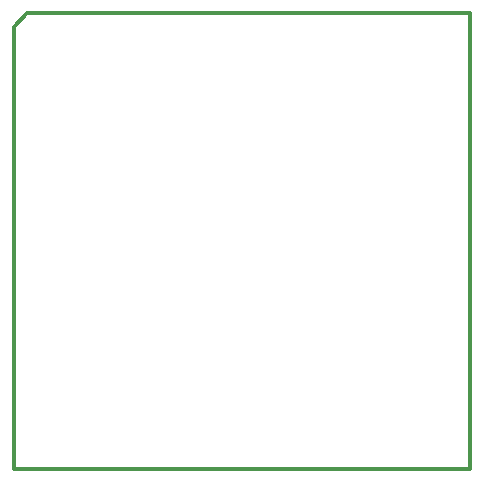
<source format=gm1>
G04 Layer_Color=16711935*
%FSLAX44Y44*%
%MOMM*%
G71*
G01*
G75*
%ADD14C,0.3500*%
D14*
X-193040Y181610D02*
X-181610Y193040D01*
X193040D01*
Y-193040D02*
Y193040D01*
X-193040Y-193040D02*
X193040D01*
X-193040D02*
Y181610D01*
X-181610Y193040D01*
X193040D01*
Y-193040D02*
Y193040D01*
X-193040Y-193040D02*
X193040D01*
X-193040D02*
Y181610D01*
M02*

</source>
